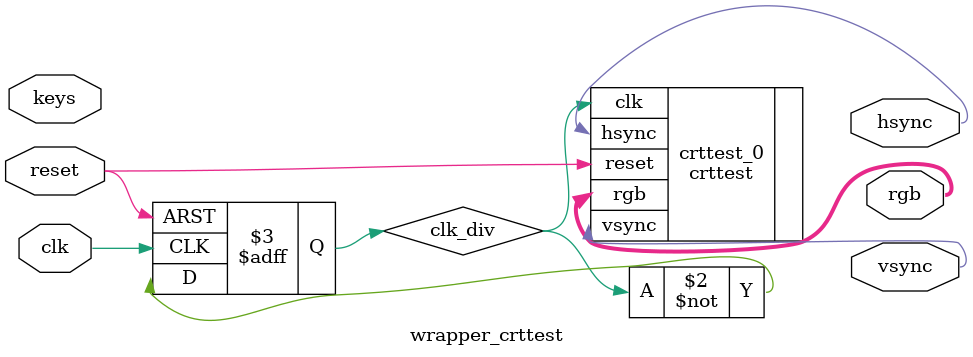
<source format=v>
module wrapper_crttest
(
    input   wire    [0 : 0]     clk,
    input   wire    [0 : 0]     reset,
    input   wire    [3 : 0]     keys,
    output  wire    [0 : 0]     hsync,
    output  wire    [0 : 0]     vsync,
    output  wire    [2 : 0]     rgb
);
    
    // redefine parameters horizontal sync
    defparam crttest_0.hvsync_gen.H_DISPLAY = 640;
    defparam crttest_0.hvsync_gen.H_BACK    = 48;
    defparam crttest_0.hvsync_gen.H_FRONT   = 16;
    defparam crttest_0.hvsync_gen.H_SYNC    = 96;
    // redefine parameters vertical sync
    defparam crttest_0.hvsync_gen.V_DISPLAY = 480;
    defparam crttest_0.hvsync_gen.V_TOP     = 10;
    defparam crttest_0.hvsync_gen.V_BOTTOM  = 33;
    defparam crttest_0.hvsync_gen.V_SYNC    = 2;

    reg     [0 : 0]     clk_div;

    always @(posedge clk, posedge reset)
        if( reset )
            clk_div <= 1'b0;
        else
            clk_div <= ~ clk_div;

    crttest
    crttest_0
    (
        .clk        ( clk_div   ), 
        .reset      ( reset     ), 
        .hsync      ( hsync     ), 
        .vsync      ( vsync     ), 
        .rgb        ( rgb       )
    );

endmodule // wrapper_crttest

</source>
